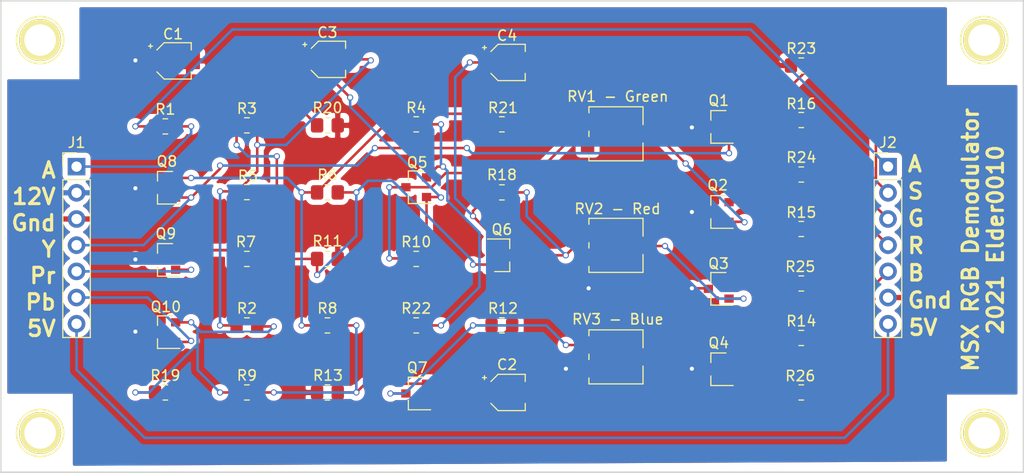
<source format=kicad_pcb>
(kicad_pcb (version 20171130) (host pcbnew "(5.1.10)-1")
  (title_block (title "TMS9929A to RGB") (date 2016-06-20) (rev 0) (company Elder0010))
  (layers (0 F.Cu signal) (31 B.Cu signal) (34 B.Paste user) (35 F.Paste user) (36 B.SilkS user) (37 F.SilkS user) (38 B.Mask user) (39 F.Mask user) (44 Edge.Cuts user))
  (net 0 "")
  (net 1 VCC)
  (net 2 "Net-(Q2-Pad2)")
  (net 3 "Net-(Q2-Pad1)")
  (net 4 "Net-(Q3-Pad2)")
  (net 5 "Net-(Q3-Pad1)")
  (net 6 "Net-(Q4-Pad2)")
  (net 7 "Net-(Q4-Pad1)")
  (net 8 "Net-(Q5-Pad3)")
  (net 9 "Net-(Q5-Pad2)")
  (net 10 "Net-(Q6-Pad3)")
  (net 11 "Net-(Q6-Pad2)")
  (net 12 "Net-(Q7-Pad3)")
  (net 13 "Net-(Q7-Pad2)")
  (net 14 "Net-(Q8-Pad2)")
  (net 15 "Net-(Q9-Pad2)")
  (net 16 "Net-(C3-Pad2)")
  (net 17 "Net-(C3-Pad1)")
  (net 18 "Net-(C2-Pad1)")
  (net 19 "Net-(C4-Pad1)")
  (net 20 GND)
  (net 21 "Net-(Q10-Pad2)")
  (net 22 "Net-(J1-Pad7)")
  (net 23 "Net-(J1-Pad6)")
  (net 24 "Net-(J1-Pad5)")
  (net 25 "Net-(J1-Pad4)")
  (net 26 "Net-(J1-Pad1)")
  (net 27 "Net-(J2-Pad5)")
  (net 28 "Net-(J2-Pad4)")
  (net 29 "Net-(J2-Pad3)")
  (net 30 "Net-(J2-Pad2)")
  (net 31 "Net-(J2-Pad1)")
  (module Resistor_SMD:R_0805_2012Metric_Pad1.20x1.40mm_HandSolder (layer F.Cu) (at 46.7 38.875 180)
    (fp_text reference R5 (at -0.1 1.575) (layer F.SilkS))
    (fp_text value 1K)
    (pad 1 smd roundrect (at -1 0 180) (size 1.2 1.4) (layers F.Cu F.Paste F.Mask) (roundrect_rratio 0.2083325) (net 20 GND))
    (pad 2 smd roundrect (at 1 0 180) (size 1.2 1.4) (layers F.Cu F.Paste F.Mask) (roundrect_rratio 0.2083325) (net 16 "Net-(C3-Pad2)"))
  )
  (module Resistor_SMD:R_0805_2012Metric_Pad1.20x1.40mm_HandSolder (layer F.Cu) (at 100.4 58.3 180)
    (fp_text reference R26 (at 0.1 1.6) (layer F.SilkS))
    (fp_text value "4K7 1/4W")
    (pad 2 smd roundrect (at 1 0 180) (size 1.2 1.4) (layers F.Cu F.Paste F.Mask) (roundrect_rratio 0.2083325) (net 6 "Net-(Q4-Pad2)"))
    (pad 1 smd roundrect (at -1 0 180) (size 1.2 1.4) (layers F.Cu F.Paste F.Mask) (roundrect_rratio 0.2083325) (net 20 GND))
  )
  (module Resistor_SMD:R_0805_2012Metric_Pad1.20x1.40mm_HandSolder (layer F.Cu) (at 100.4 47.733332 180)
    (fp_text reference R25 (at 0.1 1.625) (layer F.SilkS))
    (fp_text value "4K7 1/4W")
    (pad 2 smd roundrect (at 1 0 180) (size 1.2 1.4) (layers F.Cu F.Paste F.Mask) (roundrect_rratio 0.2083325) (net 4 "Net-(Q3-Pad2)"))
    (pad 1 smd roundrect (at -1 0 180) (size 1.2 1.4) (layers F.Cu F.Paste F.Mask) (roundrect_rratio 0.2083325) (net 20 GND))
  )
  (module Resistor_SMD:R_0805_2012Metric_Pad1.20x1.40mm_HandSolder (layer F.Cu) (at 100.4 37.166666)
    (fp_text reference R24 (at 0 -1.65) (layer F.SilkS))
    (fp_text value "4K7 1/4W")
    (pad 2 smd roundrect (at 1 0) (size 1.2 1.4) (layers F.Cu F.Paste F.Mask) (roundrect_rratio 0.2083325) (net 2 "Net-(Q2-Pad2)"))
    (pad 1 smd roundrect (at -1 0) (size 1.2 1.4) (layers F.Cu F.Paste F.Mask) (roundrect_rratio 0.2083325) (net 20 GND))
  )
  (module Resistor_SMD:R_0805_2012Metric_Pad1.20x1.40mm_HandSolder (layer F.Cu) (at 100.4 26.6)
    (fp_text reference R23 (at 0 -1.65) (layer F.SilkS))
    (fp_text value "4K7 1/4W")
    (pad 2 smd roundrect (at 1 0) (size 1.2 1.4) (layers F.Cu F.Paste F.Mask) (roundrect_rratio 0.2083325) (net 30 "Net-(J2-Pad2)"))
    (pad 1 smd roundrect (at -1 0) (size 1.2 1.4) (layers F.Cu F.Paste F.Mask) (roundrect_rratio 0.2083325) (net 20 GND))
  )
  (module Connector_PinHeader_2.54mm:PinHeader_1x07_P2.54mm_Vertical (layer F.Cu) (at 108.8 36.4)
    (fp_text reference J2 (at 0 -2.33) (layer F.SilkS))
    (fp_text value Conn_01x07)
    (pad 7 thru_hole oval (at 0 15.24) (size 1.7 1.7) (drill 1) (layers *.Cu *.Mask) (net 22 "Net-(J1-Pad7)"))
    (pad 6 thru_hole oval (at 0 12.7) (size 1.7 1.7) (drill 1) (layers *.Cu *.Mask) (net 20 GND))
    (pad 5 thru_hole oval (at 0 10.16) (size 1.7 1.7) (drill 1) (layers *.Cu *.Mask) (net 27 "Net-(J2-Pad5)"))
    (pad 4 thru_hole oval (at 0 7.62) (size 1.7 1.7) (drill 1) (layers *.Cu *.Mask) (net 28 "Net-(J2-Pad4)"))
    (pad 3 thru_hole oval (at 0 5.08) (size 1.7 1.7) (drill 1) (layers *.Cu *.Mask) (net 29 "Net-(J2-Pad3)"))
    (pad 2 thru_hole oval (at 0 2.54) (size 1.7 1.7) (drill 1) (layers *.Cu *.Mask) (net 30 "Net-(J2-Pad2)"))
    (pad 1 thru_hole rect (at 0 0) (size 1.7 1.7) (drill 1) (layers *.Cu *.Mask) (net 31 "Net-(J2-Pad1)"))
  )
  (module Connector_PinHeader_2.54mm:PinHeader_1x07_P2.54mm_Vertical (layer F.Cu) (at 30.2 36.4)
    (fp_text reference J1 (at 0 -2.33) (layer F.SilkS))
    (fp_text value Conn_01x07)
    (pad 7 thru_hole oval (at 0 15.24) (size 1.7 1.7) (drill 1) (layers *.Cu *.Mask) (net 22 "Net-(J1-Pad7)"))
    (pad 6 thru_hole oval (at 0 12.7) (size 1.7 1.7) (drill 1) (layers *.Cu *.Mask) (net 23 "Net-(J1-Pad6)"))
    (pad 5 thru_hole oval (at 0 10.16) (size 1.7 1.7) (drill 1) (layers *.Cu *.Mask) (net 24 "Net-(J1-Pad5)"))
    (pad 4 thru_hole oval (at 0 7.62) (size 1.7 1.7) (drill 1) (layers *.Cu *.Mask) (net 25 "Net-(J1-Pad4)"))
    (pad 3 thru_hole oval (at 0 5.08) (size 1.7 1.7) (drill 1) (layers *.Cu *.Mask) (net 20 GND))
    (pad 2 thru_hole oval (at 0 2.54) (size 1.7 1.7) (drill 1) (layers *.Cu *.Mask) (net 1 VCC))
    (pad 1 thru_hole rect (at 0 0) (size 1.7 1.7) (drill 1) (layers *.Cu *.Mask) (net 26 "Net-(J1-Pad1)"))
  )
  (module Capacitor_SMD:CP_Elec_3x5.3 (layer F.Cu) (at 71.9 26.3)
    (fp_text reference C4 (at 0 -2.6) (layer F.SilkS))
    (fp_text value 16V/10UF)
    (pad 2 smd rect (at 1.5 0) (size 2.2 1.6) (layers F.Cu F.Paste F.Mask) (net 20 GND))
    (pad 1 smd rect (at -1.5 0) (size 2.2 1.6) (layers F.Cu F.Paste F.Mask) (net 19 "Net-(C4-Pad1)"))
  )
  (module Capacitor_SMD:CP_Elec_3x5.3 (layer F.Cu) (at 54.5 26)
    (fp_text reference C3 (at 0 -2.6) (layer F.SilkS))
    (fp_text value 16V/10UF)
    (pad 2 smd rect (at 1.5 0) (size 2.2 1.6) (layers F.Cu F.Paste F.Mask) (net 16 "Net-(C3-Pad2)"))
    (pad 1 smd rect (at -1.5 0) (size 2.2 1.6) (layers F.Cu F.Paste F.Mask) (net 17 "Net-(C3-Pad1)"))
  )
  (module Capacitor_SMD:CP_Elec_3x5.3 (layer F.Cu) (at 71.9 58.3)
    (fp_text reference C2 (at 0 -2.7) (layer F.SilkS))
    (fp_text value 16V/10UF)
    (pad 2 smd rect (at 1.5 0) (size 2.2 1.6) (layers F.Cu F.Paste F.Mask) (net 20 GND))
    (pad 1 smd rect (at -1.5 0) (size 2.2 1.6) (layers F.Cu F.Paste F.Mask) (net 18 "Net-(C2-Pad1)"))
  )
  (module Capacitor_SMD:CP_Elec_3x5.3 (layer F.Cu) (at 39.55 26.15)
    (fp_text reference C1 (at 0 -2.6) (layer F.SilkS))
    (fp_text value 16V/10UF)
    (pad 2 smd rect (at 1.5 0) (size 2.2 1.6) (layers F.Cu F.Paste F.Mask) (net 20 GND))
    (pad 1 smd rect (at -1.5 0) (size 2.2 1.6) (layers F.Cu F.Paste F.Mask) (net 1 VCC))
  )
  (module Package_TO_SOT_SMD:SOT-23 (layer F.Cu) (at 92.4 40.8 180)
    (fp_text reference Q2 (at 0.1 2.6) (layer F.SilkS))
    (fp_text value MMBT3904)
    (pad 1 smd rect (at -1 -0.95 180) (size 0.9 0.8) (layers F.Cu F.Paste F.Mask) (net 3 "Net-(Q2-Pad1)"))
    (pad 2 smd rect (at -1 0.95 180) (size 0.9 0.8) (layers F.Cu F.Paste F.Mask) (net 2 "Net-(Q2-Pad2)"))
    (pad 3 smd rect (at 1 0 180) (size 0.9 0.8) (layers F.Cu F.Paste F.Mask) (net 1 VCC))
  )
  (module Package_TO_SOT_SMD:SOT-23 (layer F.Cu) (at 92.4 48.25 180)
    (fp_text reference Q3 (at 0.013335 2.45) (layer F.SilkS))
    (fp_text value MMBT3904)
    (pad 1 smd rect (at -1 -0.95 180) (size 0.9 0.8) (layers F.Cu F.Paste F.Mask) (net 5 "Net-(Q3-Pad1)"))
    (pad 2 smd rect (at -1 0.95 180) (size 0.9 0.8) (layers F.Cu F.Paste F.Mask) (net 4 "Net-(Q3-Pad2)"))
    (pad 3 smd rect (at 1 0 180) (size 0.9 0.8) (layers F.Cu F.Paste F.Mask) (net 1 VCC))
  )
  (module Package_TO_SOT_SMD:SOT-23 (layer F.Cu) (at 92.4 56.05 180)
    (fp_text reference Q4 (at 0 2.55) (layer F.SilkS))
    (fp_text value MMBT3904)
    (pad 1 smd rect (at -1 -0.95 180) (size 0.9 0.8) (layers F.Cu F.Paste F.Mask) (net 7 "Net-(Q4-Pad1)"))
    (pad 2 smd rect (at -1 0.95 180) (size 0.9 0.8) (layers F.Cu F.Paste F.Mask) (net 6 "Net-(Q4-Pad2)"))
    (pad 3 smd rect (at 1 0 180) (size 0.9 0.8) (layers F.Cu F.Paste F.Mask) (net 1 VCC))
  )
  (module Package_TO_SOT_SMD:SOT-23 (layer F.Cu) (at 92.4 32.55 180)
    (fp_text reference Q1 (at 0 2.55) (layer F.SilkS))
    (fp_text value MMBT3904)
    (pad 1 smd rect (at -1 -0.95 180) (size 0.9 0.8) (layers F.Cu F.Paste F.Mask) (net 25 "Net-(J1-Pad4)"))
    (pad 2 smd rect (at -1 0.95 180) (size 0.9 0.8) (layers F.Cu F.Paste F.Mask) (net 30 "Net-(J2-Pad2)"))
    (pad 3 smd rect (at 1 0 180) (size 0.9 0.8) (layers F.Cu F.Paste F.Mask) (net 1 VCC))
  )
  (module Package_TO_SOT_SMD:SOT-23 (layer F.Cu) (at 38.8 45.45 180)
    (fp_text reference Q9 (at -0.05 2.55) (layer F.SilkS))
    (fp_text value MMBT3904)
    (pad 1 smd rect (at -1 -0.95 180) (size 0.9 0.8) (layers F.Cu F.Paste F.Mask) (net 24 "Net-(J1-Pad5)"))
    (pad 2 smd rect (at -1 0.95 180) (size 0.9 0.8) (layers F.Cu F.Paste F.Mask) (net 15 "Net-(Q9-Pad2)"))
    (pad 3 smd rect (at 1 0 180) (size 0.9 0.8) (layers F.Cu F.Paste F.Mask) (net 1 VCC))
  )
  (module Resistor_SMD:R_0805_2012Metric_Pad1.20x1.40mm_HandSolder (layer F.Cu) (at 46.7 51.8)
    (fp_text reference R2 (at 0 -1.65) (layer F.SilkS))
    (fp_text value 1K)
    (pad 2 smd roundrect (at 1 0) (size 1.2 1.4) (layers F.Cu F.Paste F.Mask) (roundrect_rratio 0.2083325) (net 21 "Net-(Q10-Pad2)"))
    (pad 1 smd roundrect (at -1 0) (size 1.2 1.4) (layers F.Cu F.Paste F.Mask) (roundrect_rratio 0.2083325) (net 16 "Net-(C3-Pad2)"))
  )
  (module Potentiometer_SMD:Potentiometer_Vishay_TS53YL_Vertical (layer F.Cu) (at 82.45 33.22 180)
    (fp_text reference "RV1 - Green" (at -0.175 3.62) (layer F.SilkS))
    (fp_text value 5K)
    (pad 1 smd rect (at 2.75 -1.15 180) (size 1.3 1.3) (layers F.Cu F.Paste F.Mask) (net 1 VCC))
    (pad 2 smd rect (at -2.75 0 180) (size 2 1.3) (layers F.Cu F.Paste F.Mask) (net 3 "Net-(Q2-Pad1)"))
    (pad 3 smd rect (at 2.75 1.15 180) (size 1.3 1.3) (layers F.Cu F.Paste F.Mask) (net 8 "Net-(Q5-Pad3)"))
  )
  (module Resistor_SMD:R_0805_2012Metric_Pad1.20x1.40mm_HandSolder (layer F.Cu) (at 100.4 31.883333 180)
    (fp_text reference R16 (at 0 1.566666) (layer F.SilkS))
    (fp_text value "100R 1/4W")
    (pad 1 smd roundrect (at -1 0 180) (size 1.2 1.4) (layers F.Cu F.Paste F.Mask) (roundrect_rratio 0.2083325) (net 29 "Net-(J2-Pad3)"))
    (pad 2 smd roundrect (at 1 0 180) (size 1.2 1.4) (layers F.Cu F.Paste F.Mask) (roundrect_rratio 0.2083325) (net 2 "Net-(Q2-Pad2)"))
  )
  (module Resistor_SMD:R_0805_2012Metric_Pad1.20x1.40mm_HandSolder (layer F.Cu) (at 54.5 38.9 180)
    (fp_text reference R6 (at 0 1.7) (layer F.SilkS))
    (fp_text value 1K)
    (pad 1 smd roundrect (at -1 0 180) (size 1.2 1.4) (layers F.Cu F.Paste F.Mask) (roundrect_rratio 0.2083325) (net 11 "Net-(Q6-Pad2)"))
    (pad 2 smd roundrect (at 1 0 180) (size 1.2 1.4) (layers F.Cu F.Paste F.Mask) (roundrect_rratio 0.2083325) (net 14 "Net-(Q8-Pad2)"))
  )
  (module Package_TO_SOT_SMD:SOT-23 (layer F.Cu) (at 38.8 52.45 180)
    (fp_text reference Q10 (at -0.05 2.45) (layer F.SilkS))
    (fp_text value MMBT3904)
    (pad 1 smd rect (at -1 -0.95 180) (size 0.9 0.8) (layers F.Cu F.Paste F.Mask) (net 23 "Net-(J1-Pad6)"))
    (pad 2 smd rect (at -1 0.95 180) (size 0.9 0.8) (layers F.Cu F.Paste F.Mask) (net 21 "Net-(Q10-Pad2)"))
    (pad 3 smd rect (at 1 0 180) (size 0.9 0.8) (layers F.Cu F.Paste F.Mask) (net 1 VCC))
  )
  (module Package_TO_SOT_SMD:SOT-23 (layer F.Cu) (at 38.8 38.45 180)
    (fp_text reference Q8 (at -0.15 2.55) (layer F.SilkS))
    (fp_text value MMBT3904)
    (pad 1 smd rect (at -1 -0.95 180) (size 0.9 0.8) (layers F.Cu F.Paste F.Mask) (net 25 "Net-(J1-Pad4)"))
    (pad 2 smd rect (at -1 0.95 180) (size 0.9 0.8) (layers F.Cu F.Paste F.Mask) (net 14 "Net-(Q8-Pad2)"))
    (pad 3 smd rect (at 1 0 180) (size 0.9 0.8) (layers F.Cu F.Paste F.Mask) (net 1 VCC))
  )
  (module Resistor_SMD:R_0805_2012Metric_Pad1.20x1.40mm_HandSolder (layer F.Cu) (at 63.1 45.35)
    (fp_text reference R10 (at 0 -1.65) (layer F.SilkS))
    (fp_text value 100K)
    (pad 1 smd roundrect (at -1 0) (size 1.2 1.4) (layers F.Cu F.Paste F.Mask) (roundrect_rratio 0.2083325) (net 8 "Net-(Q5-Pad3)"))
    (pad 2 smd roundrect (at 1 0) (size 1.2 1.4) (layers F.Cu F.Paste F.Mask) (roundrect_rratio 0.2083325) (net 17 "Net-(C3-Pad1)"))
  )
  (module Resistor_SMD:R_0805_2012Metric_Pad1.20x1.40mm_HandSolder (layer F.Cu) (at 63.1 32.3 180)
    (fp_text reference R4 (at 0 1.6) (layer F.SilkS))
    (fp_text value 1K)
    (pad 1 smd roundrect (at -1 0 180) (size 1.2 1.4) (layers F.Cu F.Paste F.Mask) (roundrect_rratio 0.2083325) (net 9 "Net-(Q5-Pad2)"))
    (pad 2 smd roundrect (at 1 0 180) (size 1.2 1.4) (layers F.Cu F.Paste F.Mask) (roundrect_rratio 0.2083325) (net 14 "Net-(Q8-Pad2)"))
  )
  (module Package_TO_SOT_SMD:SOT-23 (layer F.Cu) (at 63.1 58.4 180)
    (fp_text reference Q7 (at -0.1 2.5) (layer F.SilkS))
    (fp_text value MMBT3904)
    (pad 1 smd rect (at -1 -0.95 180) (size 0.9 0.8) (layers F.Cu F.Paste F.Mask) (net 18 "Net-(C2-Pad1)"))
    (pad 2 smd rect (at -1 0.95 180) (size 0.9 0.8) (layers F.Cu F.Paste F.Mask) (net 13 "Net-(Q7-Pad2)"))
    (pad 3 smd rect (at 1 0 180) (size 0.9 0.8) (layers F.Cu F.Paste F.Mask) (net 12 "Net-(Q7-Pad3)"))
  )
  (module Resistor_SMD:R_0805_2012Metric_Pad1.20x1.40mm_HandSolder (layer F.Cu) (at 38.8 32.5)
    (fp_text reference R1 (at 0 -1.65) (layer F.SilkS))
    (fp_text value 2K2)
    (pad 1 smd roundrect (at -1 0) (size 1.2 1.4) (layers F.Cu F.Paste F.Mask) (roundrect_rratio 0.2083325) (net 31 "Net-(J2-Pad1)"))
    (pad 2 smd roundrect (at 1 0) (size 1.2 1.4) (layers F.Cu F.Paste F.Mask) (roundrect_rratio 0.2083325) (net 26 "Net-(J1-Pad1)"))
  )
  (module Resistor_SMD:R_0805_2012Metric_Pad1.20x1.40mm_HandSolder (layer F.Cu) (at 54.5 32.4 180)
    (fp_text reference R20 (at 0 1.7) (layer F.SilkS))
    (fp_text value 1K)
    (pad 1 smd roundrect (at -1 0 180) (size 1.2 1.4) (layers F.Cu F.Paste F.Mask) (roundrect_rratio 0.2083325) (net 20 GND))
    (pad 2 smd roundrect (at 1 0 180) (size 1.2 1.4) (layers F.Cu F.Paste F.Mask) (roundrect_rratio 0.2083325) (net 15 "Net-(Q9-Pad2)"))
  )
  (module Package_TO_SOT_SMD:SOT-23 (layer F.Cu) (at 71.4 45)
    (fp_text reference Q6 (at 0 -2.5) (layer F.SilkS))
    (fp_text value MMBT3904)
    (pad 1 smd rect (at -1 -0.95) (size 0.9 0.8) (layers F.Cu F.Paste F.Mask) (net 19 "Net-(C4-Pad1)"))
    (pad 2 smd rect (at -1 0.95) (size 0.9 0.8) (layers F.Cu F.Paste F.Mask) (net 11 "Net-(Q6-Pad2)"))
    (pad 3 smd rect (at 1 0) (size 0.9 0.8) (layers F.Cu F.Paste F.Mask) (net 10 "Net-(Q6-Pad3)"))
  )
  (module Package_TO_SOT_SMD:SOT-23 (layer F.Cu) (at 63.1 38.4 180)
    (fp_text reference Q5 (at -0.1 2.4) (layer F.SilkS))
    (fp_text value MMBT3904)
    (pad 1 smd rect (at -1 -0.95 180) (size 0.9 0.8) (layers F.Cu F.Paste F.Mask) (net 17 "Net-(C3-Pad1)"))
    (pad 2 smd rect (at -1 0.95 180) (size 0.9 0.8) (layers F.Cu F.Paste F.Mask) (net 9 "Net-(Q5-Pad2)"))
    (pad 3 smd rect (at 1 0 180) (size 0.9 0.8) (layers F.Cu F.Paste F.Mask) (net 8 "Net-(Q5-Pad3)"))
  )
  (module Resistor_SMD:R_0805_2012Metric_Pad1.20x1.40mm_HandSolder (layer F.Cu) (at 46.7 32.4 180)
    (fp_text reference R3 (at 0 1.625) (layer F.SilkS))
    (fp_text value 1K)
    (pad 1 smd roundrect (at -1 0 180) (size 1.2 1.4) (layers F.Cu F.Paste F.Mask) (roundrect_rratio 0.2083325) (net 16 "Net-(C3-Pad2)"))
    (pad 2 smd roundrect (at 1 0 180) (size 1.2 1.4) (layers F.Cu F.Paste F.Mask) (roundrect_rratio 0.2083325) (net 15 "Net-(Q9-Pad2)"))
  )
  (module Resistor_SMD:R_0805_2012Metric_Pad1.20x1.40mm_HandSolder (layer F.Cu) (at 46.7 45.35 180)
    (fp_text reference R7 (at 0.1 1.65) (layer F.SilkS))
    (fp_text value 1K)
    (pad 1 smd roundrect (at -1 0 180) (size 1.2 1.4) (layers F.Cu F.Paste F.Mask) (roundrect_rratio 0.2083325) (net 11 "Net-(Q6-Pad2)"))
    (pad 2 smd roundrect (at 1 0 180) (size 1.2 1.4) (layers F.Cu F.Paste F.Mask) (roundrect_rratio 0.2083325) (net 15 "Net-(Q9-Pad2)"))
  )
  (module Resistor_SMD:R_0805_2012Metric_Pad1.20x1.40mm_HandSolder (layer F.Cu) (at 63.1 51.8)
    (fp_text reference R22 (at 0 -1.65) (layer F.SilkS))
    (fp_text value 1K)
    (pad 1 smd roundrect (at -1 0) (size 1.2 1.4) (layers F.Cu F.Paste F.Mask) (roundrect_rratio 0.2083325) (net 20 GND))
    (pad 2 smd roundrect (at 1 0) (size 1.2 1.4) (layers F.Cu F.Paste F.Mask) (roundrect_rratio 0.2083325) (net 9 "Net-(Q5-Pad2)"))
  )
  (module Resistor_SMD:R_0805_2012Metric_Pad1.20x1.40mm_HandSolder (layer F.Cu) (at 54.5 58.3 180)
    (fp_text reference R13 (at -0.053333 1.65) (layer F.SilkS))
    (fp_text value 1K)
    (pad 1 smd roundrect (at -1 0 180) (size 1.2 1.4) (layers F.Cu F.Paste F.Mask) (roundrect_rratio 0.2083325) (net 13 "Net-(Q7-Pad2)"))
    (pad 2 smd roundrect (at 1 0 180) (size 1.2 1.4) (layers F.Cu F.Paste F.Mask) (roundrect_rratio 0.2083325) (net 20 GND))
  )
  (module Resistor_SMD:R_0805_2012Metric_Pad1.20x1.40mm_HandSolder (layer F.Cu) (at 54.5 45.35 180)
    (fp_text reference R11 (at 0 1.725) (layer F.SilkS))
    (fp_text value 1K)
    (pad 1 smd roundrect (at -1 0 180) (size 1.2 1.4) (layers F.Cu F.Paste F.Mask) (roundrect_rratio 0.2083325) (net 20 GND))
    (pad 2 smd roundrect (at 1 0 180) (size 1.2 1.4) (layers F.Cu F.Paste F.Mask) (roundrect_rratio 0.2083325) (net 11 "Net-(Q6-Pad2)"))
  )
  (module Resistor_SMD:R_0805_2012Metric_Pad1.20x1.40mm_HandSolder (layer F.Cu) (at 71.4 38.9)
    (fp_text reference R18 (at 0 -1.7) (layer F.SilkS))
    (fp_text value 100K)
    (pad 1 smd roundrect (at -1 0) (size 1.2 1.4) (layers F.Cu F.Paste F.Mask) (roundrect_rratio 0.2083325) (net 19 "Net-(C4-Pad1)"))
    (pad 2 smd roundrect (at 1 0) (size 1.2 1.4) (layers F.Cu F.Paste F.Mask) (roundrect_rratio 0.2083325) (net 10 "Net-(Q6-Pad3)"))
  )
  (module Resistor_SMD:R_0805_2012Metric_Pad1.20x1.40mm_HandSolder (layer F.Cu) (at 54.5 51.8 180)
    (fp_text reference R8 (at 0 1.65) (layer F.SilkS))
    (fp_text value 1K)
    (pad 1 smd roundrect (at -1 0 180) (size 1.2 1.4) (layers F.Cu F.Paste F.Mask) (roundrect_rratio 0.2083325) (net 13 "Net-(Q7-Pad2)"))
    (pad 2 smd roundrect (at 1 0 180) (size 1.2 1.4) (layers F.Cu F.Paste F.Mask) (roundrect_rratio 0.2083325) (net 14 "Net-(Q8-Pad2)"))
  )
  (module Resistor_SMD:R_0805_2012Metric_Pad1.20x1.40mm_HandSolder (layer F.Cu) (at 38.8 58.3)
    (fp_text reference R19 (at 0 -1.65) (layer F.SilkS))
    (fp_text value 1K)
    (pad 1 smd roundrect (at -1 0) (size 1.2 1.4) (layers F.Cu F.Paste F.Mask) (roundrect_rratio 0.2083325) (net 21 "Net-(Q10-Pad2)"))
    (pad 2 smd roundrect (at 1 0) (size 1.2 1.4) (layers F.Cu F.Paste F.Mask) (roundrect_rratio 0.2083325) (net 20 GND))
  )
  (module Resistor_SMD:R_0805_2012Metric_Pad1.20x1.40mm_HandSolder (layer F.Cu) (at 46.7 58.3 180)
    (fp_text reference R9 (at 0 1.65) (layer F.SilkS))
    (fp_text value 1K)
    (pad 1 smd roundrect (at -1 0 180) (size 1.2 1.4) (layers F.Cu F.Paste F.Mask) (roundrect_rratio 0.2083325) (net 13 "Net-(Q7-Pad2)"))
    (pad 2 smd roundrect (at 1 0 180) (size 1.2 1.4) (layers F.Cu F.Paste F.Mask) (roundrect_rratio 0.2083325) (net 21 "Net-(Q10-Pad2)"))
  )
  (module Resistor_SMD:R_0805_2012Metric_Pad1.20x1.40mm_HandSolder (layer F.Cu) (at 100.4 53.016665 180)
    (fp_text reference R14 (at 0 1.633332) (layer F.SilkS))
    (fp_text value "100R 1/4W")
    (pad 1 smd roundrect (at -1 0 180) (size 1.2 1.4) (layers F.Cu F.Paste F.Mask) (roundrect_rratio 0.2083325) (net 27 "Net-(J2-Pad5)"))
    (pad 2 smd roundrect (at 1 0 180) (size 1.2 1.4) (layers F.Cu F.Paste F.Mask) (roundrect_rratio 0.2083325) (net 6 "Net-(Q4-Pad2)"))
  )
  (module Resistor_SMD:R_0805_2012Metric_Pad1.20x1.40mm_HandSolder (layer F.Cu) (at 100.4 42.449999 180)
    (fp_text reference R15 (at 0 1.599999) (layer F.SilkS))
    (fp_text value "100R 1/4W")
    (pad 1 smd roundrect (at -1 0 180) (size 1.2 1.4) (layers F.Cu F.Paste F.Mask) (roundrect_rratio 0.2083325) (net 28 "Net-(J2-Pad4)"))
    (pad 2 smd roundrect (at 1 0 180) (size 1.2 1.4) (layers F.Cu F.Paste F.Mask) (roundrect_rratio 0.2083325) (net 4 "Net-(Q3-Pad2)"))
  )
  (module Resistor_SMD:R_0805_2012Metric_Pad1.20x1.40mm_HandSolder (layer F.Cu) (at 71.4 51.8 180)
    (fp_text reference R12 (at -0.1 1.65) (layer F.SilkS))
    (fp_text value 100K)
    (pad 1 smd roundrect (at -1 0 180) (size 1.2 1.4) (layers F.Cu F.Paste F.Mask) (roundrect_rratio 0.2083325) (net 18 "Net-(C2-Pad1)"))
    (pad 2 smd roundrect (at 1 0 180) (size 1.2 1.4) (layers F.Cu F.Paste F.Mask) (roundrect_rratio 0.2083325) (net 12 "Net-(Q7-Pad3)"))
  )
  (module Resistor_SMD:R_0805_2012Metric_Pad1.20x1.40mm_HandSolder (layer F.Cu) (at 71.4 32.3 180)
    (fp_text reference R21 (at -0.1 1.6) (layer F.SilkS))
    (fp_text value 1K)
    (pad 1 smd roundrect (at -1 0 180) (size 1.2 1.4) (layers F.Cu F.Paste F.Mask) (roundrect_rratio 0.2083325) (net 20 GND))
    (pad 2 smd roundrect (at 1 0 180) (size 1.2 1.4) (layers F.Cu F.Paste F.Mask) (roundrect_rratio 0.2083325) (net 14 "Net-(Q8-Pad2)"))
  )
  (module Potentiometer_SMD:Potentiometer_Vishay_TS53YL_Vertical (layer F.Cu) (at 82.45 54.85 180)
    (fp_text reference "RV3 - Blue" (at -0.175 3.65) (layer F.SilkS))
    (fp_text value 5K)
    (pad 1 smd rect (at 2.75 -1.15 180) (size 1.3 1.3) (layers F.Cu F.Paste F.Mask) (net 1 VCC))
    (pad 2 smd rect (at -2.75 0 180) (size 2 1.3) (layers F.Cu F.Paste F.Mask) (net 7 "Net-(Q4-Pad1)"))
    (pad 3 smd rect (at 2.75 1.15 180) (size 1.3 1.3) (layers F.Cu F.Paste F.Mask) (net 12 "Net-(Q7-Pad3)"))
  )
  (module Potentiometer_SMD:Potentiometer_Vishay_TS53YL_Vertical (layer F.Cu) (at 82.45 44.035 180)
    (fp_text reference "RV2 - Red" (at -0.15 3.535) (layer F.SilkS))
    (fp_text value 5K)
    (pad 1 smd rect (at 2.75 -1.15 180) (size 1.3 1.3) (layers F.Cu F.Paste F.Mask) (net 1 VCC))
    (pad 2 smd rect (at -2.75 0 180) (size 2 1.3) (layers F.Cu F.Paste F.Mask) (net 5 "Net-(Q3-Pad1)"))
    (pad 3 smd rect (at 2.75 1.15 180) (size 1.3 1.3) (layers F.Cu F.Paste F.Mask) (net 10 "Net-(Q6-Pad3)"))
  )
  (module Connect:1pin (layer F.Cu) (at 26.67 24.13)
    (fp_text reference P6 hide)
    (fp_text value CONN_01X01)
    (pad 1 thru_hole circle (at 0 0) (size 4.064 4.064) (drill 3.048) (layers *.Mask B.Cu F.SilkS))
  )
  (module Connect:1pin (layer F.Cu) (at 118.11 24.13)
    (fp_text reference P8 hide)
    (fp_text value CONN_01X01)
    (pad 1 thru_hole circle (at 0 0) (size 4.064 4.064) (drill 3.048) (layers *.Mask B.Cu F.SilkS))
  )
  (module Connect:1pin (layer F.Cu) (at 118.11 62.23)
    (fp_text reference P9 hide)
    (fp_text value CONN_01X01)
    (pad 1 thru_hole circle (at 0 0) (size 4.064 4.064) (drill 3.048) (layers *.Mask B.Cu F.SilkS))
  )
  (module Connect:1pin (layer F.Cu) (at 26.67 62.23)
    (fp_text reference P7 hide)
    (fp_text value CONN_01X01)
    (pad 1 thru_hole circle (at 0 0) (size 4.064 4.064) (drill 3.048) (layers *.Mask B.Cu F.SilkS))
  )
  (gr_text 5V (at 26.8 52.1) (layer F.SilkS) (effects (font (size 1.5 1.5) (thickness 0.3))))
  (gr_text 5V (at 112.2 52) (layer F.SilkS) (effects (font (size 1.5 1.5) (thickness 0.3))))
  (gr_text R (at 111.507143 44.074998) (layer F.SilkS) (effects (font (size 1.5 1.5) (thickness 0.3))))
  (gr_text S (at 111.471428 38.791666) (layer F.SilkS) (effects (font (size 1.5 1.5) (thickness 0.3))))
  (gr_text A (at 111.4 36.15) (layer F.SilkS) (effects (font (size 1.5 1.5) (thickness 0.3))))
  (gr_text G (at 111.507143 41.433332) (layer F.SilkS) (effects (font (size 1.5 1.5) (thickness 0.3))))
  (gr_text Gnd (at 112.864286 49.35833) (layer F.SilkS) (effects (font (size 1.5 1.5) (thickness 0.3))))
  (gr_text B (at 111.507143 46.716664) (layer F.SilkS) (effects (font (size 1.5 1.5) (thickness 0.3))))
  (gr_text Pr (at 26.928571 46.983332) (layer F.SilkS) (effects (font (size 1.5 1.5) (thickness 0.3))))
  (gr_text Pb (at 26.714285 49.541665) (layer F.SilkS) (effects (font (size 1.5 1.5) (thickness 0.3))))
  (gr_text Y (at 27.5 44.424999) (layer F.SilkS) (effects (font (size 1.5 1.5) (thickness 0.3))))
  (gr_text Gnd (at 26.035714 41.866666) (layer F.SilkS) (effects (font (size 1.5 1.5) (thickness 0.3))))
  (gr_text A (at 27.5 36.75) (layer F.SilkS) (effects (font (size 1.5 1.5) (thickness 0.3))))
  (gr_text 12V (at 26.071428 39.308333) (layer F.SilkS) (effects (font (size 1.5 1.5) (thickness 0.3))))
  (gr_line (start 121.92 66.04) (end 121.92 20.32) (angle 90) (layer Edge.Cuts) (width 0.15))
  (gr_text "MSX RGB Demodulator\n2021 Elder0010" (at 118 43.5 90) (layer F.SilkS) (effects (font (size 1.5 1.5) (thickness 0.3))))
  (gr_line (start 22.86 66.04) (end 22.86 20.32) (angle 90) (layer Edge.Cuts) (width 0.15))
  (gr_line (start 121.92 66.04) (end 22.86 66.04) (angle 90) (layer Edge.Cuts) (width 0.15))
  (gr_line (start 22.86 20.32) (end 121.92 20.32) (angle 90) (layer Edge.Cuts) (width 0.15))
  (via (at 35.9 38.5) (size 0.6) (drill 0.4) (layers F.Cu B.Cu) (net 1))
  (segment (start 37.75 38.5) (end 37.8 38.45) (width 0.25) (layer F.Cu) (net 1))
  (segment (start 35.9 38.5) (end 37.75 38.5) (width 0.25) (layer F.Cu) (net 1))
  (via (at 35.9 52.4) (size 0.6) (drill 0.4) (layers F.Cu B.Cu) (net 1))
  (segment (start 37.75 52.4) (end 37.8 52.45) (width 0.25) (layer F.Cu) (net 1))
  (segment (start 35.9 52.4) (end 37.75 52.4) (width 0.25) (layer F.Cu) (net 1))
  (via (at 35.9 45.4) (size 0.6) (drill 0.4) (layers F.Cu B.Cu) (net 1))
  (segment (start 37.75 45.4) (end 37.8 45.45) (width 0.25) (layer F.Cu) (net 1))
  (segment (start 35.9 45.4) (end 37.75 45.4) (width 0.25) (layer F.Cu) (net 1))
  (via (at 89.8 48.2) (size 0.6) (drill 0.4) (layers F.Cu B.Cu) (net 1))
  (via (at 89.8 56) (size 0.6) (drill 0.4) (layers F.Cu B.Cu) (net 1))
  (via (at 89.8 40.8) (size 0.6) (drill 0.4) (layers F.Cu B.Cu) (net 1))
  (via (at 89.8 32.6) (size 0.6) (drill 0.4) (layers F.Cu B.Cu) (net 1))
  (segment (start 91.35 32.6) (end 91.4 32.55) (width 0.25) (layer F.Cu) (net 1))
  (segment (start 89.8 32.6) (end 91.35 32.6) (width 0.25) (layer F.Cu) (net 1))
  (segment (start 89.8 40.8) (end 91.4 40.8) (width 0.25) (layer F.Cu) (net 1))
  (segment (start 91.35 48.2) (end 91.4 48.25) (width 0.25) (layer F.Cu) (net 1))
  (segment (start 89.8 48.2) (end 91.35 48.2) (width 0.25) (layer F.Cu) (net 1))
  (segment (start 91.35 56) (end 91.4 56.05) (width 0.25) (layer F.Cu) (net 1))
  (segment (start 89.8 56) (end 91.35 56) (width 0.25) (layer F.Cu) (net 1))
  (segment (start 79.7 34.37) (end 82.07 32) (width 0.25) (layer F.Cu) (net 1))
  (segment (start 89.2 32) (end 89.8 32.6) (width 0.25) (layer F.Cu) (net 1))
  (segment (start 82.07 32) (end 89.2 32) (width 0.25) (layer F.Cu) (net 1))
  (via (at 79.8 48.2) (size 0.6) (drill 0.4) (layers F.Cu B.Cu) (net 1))
  (segment (start 79.8 45.285) (end 79.7 45.185) (width 0.25) (layer F.Cu) (net 1))
  (segment (start 79.8 48.2) (end 79.8 45.285) (width 0.25) (layer F.Cu) (net 1))
  (via (at 77.6 56) (size 0.6) (drill 0.4) (layers F.Cu B.Cu) (net 1))
  (segment (start 77.6 56) (end 79.7 56) (width 0.25) (layer F.Cu) (net 1))
  (via (at 35.9 26.1) (size 0.6) (drill 0.4) (layers F.Cu B.Cu) (net 1))
  (segment (start 38 26.1) (end 38.05 26.15) (width 0.25) (layer F.Cu) (net 1))
  (segment (start 35.9 26.1) (end 38 26.1) (width 0.25) (layer F.Cu) (net 1))
  (via (at 35.9 32.5) (size 0.6) (drill 0.4) (layers F.Cu B.Cu) (net 31))
  (segment (start 37.8 32.5) (end 35.9 32.5) (width 0.25) (layer F.Cu) (net 31))
  (segment (start 35.9 32.5) (end 45.3 23.1) (width 0.25) (layer B.Cu) (net 31))
  (segment (start 95.5 23.1) (end 108.8 36.4) (width 0.25) (layer B.Cu) (net 31))
  (segment (start 45.3 23.1) (end 95.5 23.1) (width 0.25) (layer B.Cu) (net 31))
  (segment (start 107.624999 32.824999) (end 101.4 26.6) (width 0.25) (layer F.Cu) (net 30))
  (segment (start 107.624999 37.764999) (end 107.624999 32.824999) (width 0.25) (layer F.Cu) (net 30))
  (segment (start 108.8 38.94) (end 107.624999 37.764999) (width 0.25) (layer F.Cu) (net 30))
  (segment (start 96.4 31.6) (end 101.4 26.6) (width 0.25) (layer F.Cu) (net 30))
  (segment (start 93.4 31.6) (end 96.4 31.6) (width 0.25) (layer F.Cu) (net 30))
  (segment (start 101.4 31.883333) (end 105.116667 35.6) (width 0.25) (layer F.Cu) (net 29))
  (segment (start 105.116667 37.796667) (end 108.8 41.48) (width 0.25) (layer F.Cu) (net 29))
  (segment (start 105.116667 35.6) (end 105.116667 37.796667) (width 0.25) (layer F.Cu) (net 29))
  (segment (start 107.229999 42.449999) (end 108.8 44.02) (width 0.25) (layer F.Cu) (net 28))
  (segment (start 101.4 42.449999) (end 107.229999 42.449999) (width 0.25) (layer F.Cu) (net 28))
  (segment (start 102.343335 53.016665) (end 108.8 46.56) (width 0.25) (layer F.Cu) (net 27))
  (segment (start 101.4 53.016665) (end 102.343335 53.016665) (width 0.25) (layer F.Cu) (net 27))
  (segment (start 98.716666 39.85) (end 101.4 37.166666) (width 0.25) (layer F.Cu) (net 2))
  (segment (start 93.4 39.85) (end 98.716666 39.85) (width 0.25) (layer F.Cu) (net 2))
  (segment (start 101.4 33.883333) (end 99.4 31.883333) (width 0.25) (layer F.Cu) (net 2))
  (segment (start 101.4 37.166666) (end 101.4 33.883333) (width 0.25) (layer F.Cu) (net 2))
  (via (at 94.9 41.8) (size 0.6) (drill 0.4) (layers F.Cu B.Cu) (net 3))
  (segment (start 94.85 41.75) (end 94.9 41.8) (width 0.25) (layer F.Cu) (net 3))
  (segment (start 93.4 41.75) (end 94.85 41.75) (width 0.25) (layer F.Cu) (net 3))
  (via (at 89.2 36.1) (size 0.6) (drill 0.4) (layers F.Cu B.Cu) (net 3))
  (segment (start 94.9 41.8) (end 89.2 36.1) (width 0.25) (layer B.Cu) (net 3))
  (segment (start 86.32 33.22) (end 85.2 33.22) (width 0.25) (layer F.Cu) (net 3))
  (segment (start 89.2 36.1) (end 86.32 33.22) (width 0.25) (layer F.Cu) (net 3))
  (segment (start 98.966668 47.3) (end 99.4 47.733332) (width 0.25) (layer F.Cu) (net 4))
  (segment (start 93.4 47.3) (end 98.966668 47.3) (width 0.25) (layer F.Cu) (net 4))
  (segment (start 99.4 47.733332) (end 99.4 42.449999) (width 0.25) (layer F.Cu) (net 4))
  (via (at 94.8 49.2) (size 0.6) (drill 0.4) (layers F.Cu B.Cu) (net 5))
  (segment (start 93.4 49.2) (end 94.8 49.2) (width 0.25) (layer F.Cu) (net 5))
  (via (at 87.2 44.1) (size 0.6) (drill 0.4) (layers F.Cu B.Cu) (net 5))
  (segment (start 92.3 49.2) (end 87.2 44.1) (width 0.25) (layer B.Cu) (net 5))
  (segment (start 94.8 49.2) (end 92.3 49.2) (width 0.25) (layer B.Cu) (net 5))
  (segment (start 85.265 44.1) (end 85.2 44.035) (width 0.25) (layer F.Cu) (net 5))
  (segment (start 87.2 44.1) (end 85.265 44.1) (width 0.25) (layer F.Cu) (net 5))
  (segment (start 97.316665 55.1) (end 99.4 53.016665) (width 0.25) (layer F.Cu) (net 6))
  (segment (start 97.3 56.2) (end 99.4 58.3) (width 0.25) (layer F.Cu) (net 6))
  (segment (start 97.3 55.1) (end 97.3 56.2) (width 0.25) (layer F.Cu) (net 6))
  (segment (start 93.4 55.1) (end 97.3 55.1) (width 0.25) (layer F.Cu) (net 6))
  (segment (start 97.3 55.1) (end 97.316665 55.1) (width 0.25) (layer F.Cu) (net 6))
  (segment (start 93.4 56.614998) (end 93.4 57) (width 0.25) (layer F.Cu) (net 7))
  (segment (start 91.635002 54.85) (end 93.4 56.614998) (width 0.25) (layer F.Cu) (net 7))
  (segment (start 85.2 54.85) (end 91.635002 54.85) (width 0.25) (layer F.Cu) (net 7))
  (via (at 60.5 38.4) (size 0.6) (drill 0.4) (layers F.Cu B.Cu) (net 8))
  (segment (start 60.5 38.4) (end 62.1 38.4) (width 0.25) (layer F.Cu) (net 8))
  (segment (start 64.585002 38.4) (end 62.1 38.4) (width 0.25) (layer F.Cu) (net 8))
  (segment (start 65.960001 37.025001) (end 64.585002 38.4) (width 0.25) (layer F.Cu) (net 8))
  (segment (start 74.744999 37.025001) (end 65.960001 37.025001) (width 0.25) (layer F.Cu) (net 8))
  (segment (start 79.7 32.07) (end 74.744999 37.025001) (width 0.25) (layer F.Cu) (net 8))
  (segment (start 60.5 38.4) (end 60.5 44.9) (width 0.25) (layer B.Cu) (net 8))
  (via (at 60.500004 45.3) (size 0.6) (drill 0.4) (layers F.Cu B.Cu) (net 8))
  (segment (start 60.5 44.9) (end 60.5 45.299996) (width 0.25) (layer B.Cu) (net 8))
  (segment (start 60.5 45.299996) (end 60.500004 45.3) (width 0.25) (layer B.Cu) (net 8))
  (segment (start 62.05 45.3) (end 62.1 45.35) (width 0.25) (layer F.Cu) (net 8))
  (segment (start 60.500004 45.3) (end 62.05 45.3) (width 0.25) (layer F.Cu) (net 8))
  (via (at 65.5 51.8) (size 0.6) (drill 0.4) (layers F.Cu B.Cu) (net 9))
  (segment (start 64.1 51.8) (end 65.5 51.8) (width 0.25) (layer F.Cu) (net 9))
  (via (at 65.7 36.4) (size 0.6) (drill 0.4) (layers F.Cu B.Cu) (net 9))
  (segment (start 66.125001 36.825001) (end 65.7 36.4) (width 0.25) (layer B.Cu) (net 9))
  (segment (start 66.125001 39.700001) (end 66.125001 36.825001) (width 0.25) (layer B.Cu) (net 9))
  (segment (start 69.225001 42.800001) (end 66.125001 39.700001) (width 0.25) (layer B.Cu) (net 9))
  (segment (start 69.225001 48.074999) (end 69.225001 42.800001) (width 0.25) (layer B.Cu) (net 9))
  (segment (start 65.5 51.8) (end 69.225001 48.074999) (width 0.25) (layer B.Cu) (net 9))
  (segment (start 65.15 36.4) (end 64.1 37.45) (width 0.25) (layer F.Cu) (net 9))
  (segment (start 65.7 36.4) (end 65.15 36.4) (width 0.25) (layer F.Cu) (net 9))
  (via (at 65.5 32.3) (size 0.6) (drill 0.4) (layers F.Cu B.Cu) (net 9))
  (segment (start 64.1 32.3) (end 65.5 32.3) (width 0.25) (layer F.Cu) (net 9))
  (segment (start 65.5 36.2) (end 65.7 36.4) (width 0.25) (layer B.Cu) (net 9))
  (segment (start 65.5 32.3) (end 65.5 36.2) (width 0.25) (layer B.Cu) (net 9))
  (segment (start 77.585 45) (end 77.585 45) (width 0.25) (layer F.Cu) (net 10))
  (segment (start 72.4 45) (end 77.585 45) (width 0.25) (layer F.Cu) (net 10))
  (segment (start 77.585 45) (end 79.7 42.885) (width 0.25) (layer F.Cu) (net 10))
  (via (at 77.585 45) (size 0.6) (drill 0.4) (layers F.Cu B.Cu) (net 10))
  (via (at 73.8 38.9) (size 0.6) (drill 0.4) (layers F.Cu B.Cu) (net 10))
  (segment (start 72.4 38.9) (end 73.8 38.9) (width 0.25) (layer F.Cu) (net 10))
  (segment (start 73.8 41.215) (end 77.585 45) (width 0.25) (layer B.Cu) (net 10))
  (segment (start 73.8 38.9) (end 73.8 41.215) (width 0.25) (layer B.Cu) (net 10))
  (via (at 57.3 38.9) (size 0.6) (drill 0.4) (layers F.Cu B.Cu) (net 11))
  (segment (start 55.5 38.9) (end 57.3 38.9) (width 0.25) (layer F.Cu) (net 11))
  (via (at 68.6 45.9) (size 0.6) (drill 0.4) (layers F.Cu B.Cu) (net 11))
  (segment (start 68.6 45.574998) (end 68.6 45.9) (width 0.25) (layer B.Cu) (net 11))
  (segment (start 60.800001 37.774999) (end 68.6 45.574998) (width 0.25) (layer B.Cu) (net 11))
  (segment (start 58.425001 37.774999) (end 60.800001 37.774999) (width 0.25) (layer B.Cu) (net 11))
  (segment (start 57.3 38.9) (end 58.425001 37.774999) (width 0.25) (layer B.Cu) (net 11))
  (segment (start 70.35 45.9) (end 70.4 45.95) (width 0.25) (layer F.Cu) (net 11))
  (segment (start 68.6 45.9) (end 70.35 45.9) (width 0.25) (layer F.Cu) (net 11))
  (segment (start 47.7 45.35) (end 53.5 45.35) (width 0.25) (layer F.Cu) (net 11))
  (via (at 53.5 46.900012) (size 0.6) (drill 0.4) (layers F.Cu B.Cu) (net 11))
  (segment (start 53.5 45.35) (end 53.5 46.9) (width 0.25) (layer F.Cu) (net 11))
  (segment (start 57.3 43.100012) (end 53.5 46.900012) (width 0.25) (layer B.Cu) (net 11))
  (segment (start 53.5 46.9) (end 53.5 46.900012) (width 0.25) (layer F.Cu) (net 11))
  (segment (start 57.3 38.9) (end 57.3 43.100012) (width 0.25) (layer B.Cu) (net 11))
  (via (at 68.6 51.8) (size 0.6) (drill 0.4) (layers F.Cu B.Cu) (net 12))
  (segment (start 70.4 51.8) (end 68.6 51.8) (width 0.25) (layer F.Cu) (net 12))
  (via (at 60.600014 58.4) (size 0.6) (drill 0.4) (layers F.Cu B.Cu) (net 12))
  (segment (start 68.6 51.8) (end 62 58.4) (width 0.25) (layer B.Cu) (net 12))
  (segment (start 62 58.4) (end 60.600014 58.4) (width 0.25) (layer B.Cu) (net 12))
  (segment (start 60.600014 58.4) (end 62.1 58.4) (width 0.25) (layer F.Cu) (net 12))
  (via (at 77.6 53.7) (size 0.6) (drill 0.4) (layers F.Cu B.Cu) (net 12))
  (segment (start 75.7 51.8) (end 77.6 53.7) (width 0.25) (layer B.Cu) (net 12))
  (segment (start 68.6 51.8) (end 75.7 51.8) (width 0.25) (layer B.Cu) (net 12))
  (segment (start 77.6 53.7) (end 79.7 53.7) (width 0.25) (layer F.Cu) (net 12))
  (via (at 57.3 58.3) (size 0.6) (drill 0.4) (layers F.Cu B.Cu) (net 13))
  (segment (start 55.5 58.3) (end 57.3 58.3) (width 0.25) (layer F.Cu) (net 13))
  (via (at 57.3 51.8) (size 0.6) (drill 0.4) (layers F.Cu B.Cu) (net 13))
  (segment (start 57.3 58.3) (end 57.3 51.8) (width 0.25) (layer B.Cu) (net 13))
  (segment (start 57.3 51.8) (end 55.5 51.8) (width 0.25) (layer F.Cu) (net 13))
  (segment (start 58.15 57.45) (end 64.1 57.45) (width 0.25) (layer F.Cu) (net 13))
  (segment (start 57.3 58.3) (end 58.15 57.45) (width 0.25) (layer F.Cu) (net 13))
  (via (at 49.3 58.3) (size 0.6) (drill 0.4) (layers F.Cu B.Cu) (net 13))
  (segment (start 47.7 58.3) (end 49.3 58.3) (width 0.25) (layer F.Cu) (net 13))
  (segment (start 49.3 58.3) (end 57.3 58.3) (width 0.25) (layer B.Cu) (net 13))
  (via (at 52 51.8) (size 0.6) (drill 0.4) (layers F.Cu B.Cu) (net 14))
  (segment (start 53.5 51.8) (end 52 51.8) (width 0.25) (layer F.Cu) (net 14))
  (via (at 52 38.9) (size 0.6) (drill 0.4) (layers F.Cu B.Cu) (net 14))
  (segment (start 52 51.8) (end 52 38.9) (width 0.25) (layer B.Cu) (net 14))
  (segment (start 52 38.9) (end 53.5 38.9) (width 0.25) (layer F.Cu) (net 14))
  (via (at 41.3 37.5) (size 0.6) (drill 0.4) (layers F.Cu B.Cu) (net 14))
  (segment (start 39.8 37.5) (end 41.3 37.5) (width 0.25) (layer F.Cu) (net 14))
  (segment (start 50.6 37.5) (end 52 38.9) (width 0.25) (layer B.Cu) (net 14))
  (segment (start 41.3 37.5) (end 50.6 37.5) (width 0.25) (layer B.Cu) (net 14))
  (segment (start 60.1 32.3) (end 62.1 32.3) (width 0.25) (layer F.Cu) (net 14))
  (segment (start 53.5 38.9) (end 60.1 32.3) (width 0.25) (layer F.Cu) (net 14))
  (segment (start 69.37499 31.27499) (end 70.4 32.3) (width 0.25) (layer F.Cu) (net 14))
  (segment (start 63.51182 31.27499) (end 69.37499 31.27499) (width 0.25) (layer F.Cu) (net 14))
  (segment (start 62.48681 32.3) (end 63.51182 31.27499) (width 0.25) (layer F.Cu) (net 14))
  (segment (start 62.1 32.3) (end 62.48681 32.3) (width 0.25) (layer F.Cu) (net 14))
  (segment (start 46.72501 31.37499) (end 45.7 32.4) (width 0.25) (layer F.Cu) (net 15))
  (segment (start 52.47499 31.37499) (end 46.72501 31.37499) (width 0.25) (layer F.Cu) (net 15))
  (segment (start 53.5 32.4) (end 52.47499 31.37499) (width 0.25) (layer F.Cu) (net 15))
  (segment (start 44.85 44.5) (end 45.7 45.35) (width 0.25) (layer F.Cu) (net 15))
  (segment (start 39.8 44.5) (end 44.85 44.5) (width 0.25) (layer F.Cu) (net 15))
  (via (at 49.6 35.4) (size 0.6) (drill 0.4) (layers F.Cu B.Cu) (net 15))
  (via (at 45.7 34.3) (size 0.6) (drill 0.4) (layers F.Cu B.Cu) (net 15))
  (segment (start 46.8 35.4) (end 45.7 34.3) (width 0.25) (layer B.Cu) (net 15))
  (segment (start 49.6 35.4) (end 46.8 35.4) (width 0.25) (layer B.Cu) (net 15))
  (segment (start 45.7 34.3) (end 45.7 32.4) (width 0.25) (layer F.Cu) (net 15))
  (segment (start 49.6 39.8) (end 49.6 35.4) (width 0.25) (layer F.Cu) (net 15))
  (segment (start 44.9 44.5) (end 49.6 39.8) (width 0.25) (layer F.Cu) (net 15))
  (segment (start 39.8 44.5) (end 44.9 44.5) (width 0.25) (layer F.Cu) (net 15))
  (via (at 58.7 26.1) (size 0.6) (drill 0.4) (layers F.Cu B.Cu) (net 16))
  (segment (start 58.6 26) (end 58.7 26.1) (width 0.25) (layer F.Cu) (net 16))
  (segment (start 56 26) (end 58.6 26) (width 0.25) (layer F.Cu) (net 16))
  (via (at 47.7 34.300004) (size 0.6) (drill 0.4) (layers F.Cu B.Cu) (net 16))
  (segment (start 47.7 32.4) (end 47.7 34.300004) (width 0.25) (layer F.Cu) (net 16))
  (segment (start 50.499996 34.300004) (end 47.7 34.300004) (width 0.25) (layer B.Cu) (net 16))
  (segment (start 58.7 26.1) (end 50.499996 34.300004) (width 0.25) (layer B.Cu) (net 16))
  (segment (start 47.7 36.875) (end 45.7 38.875) (width 0.25) (layer F.Cu) (net 16))
  (segment (start 47.7 34.300004) (end 47.7 36.875) (width 0.25) (layer F.Cu) (net 16))
  (via (at 44.1 51.8) (size 0.6) (drill 0.4) (layers F.Cu B.Cu) (net 16))
  (segment (start 45.7 51.8) (end 44.1 51.8) (width 0.25) (layer F.Cu) (net 16))
  (via (at 44.1 38.8) (size 0.6) (drill 0.4) (layers F.Cu B.Cu) (net 16))
  (segment (start 44.1 51.8) (end 44.1 38.8) (width 0.25) (layer B.Cu) (net 16))
  (segment (start 45.625 38.8) (end 45.7 38.875) (width 0.25) (layer F.Cu) (net 16))
  (segment (start 44.1 38.8) (end 45.625 38.8) (width 0.25) (layer F.Cu) (net 16))
  (via (at 65.5 39.4) (size 0.6) (drill 0.4) (layers F.Cu B.Cu) (net 17))
  (segment (start 65.45 39.35) (end 65.5 39.4) (width 0.25) (layer F.Cu) (net 17))
  (segment (start 64.1 39.35) (end 65.45 39.35) (width 0.25) (layer F.Cu) (net 17))
  (via (at 56.700002 29.7) (size 0.6) (drill 0.4) (layers F.Cu B.Cu) (net 17))
  (segment (start 65.5 39.4) (end 56.700002 30.600002) (width 0.25) (layer B.Cu) (net 17))
  (segment (start 56.700002 30.600002) (end 56.700002 29.7) (width 0.25) (layer B.Cu) (net 17))
  (segment (start 56.400003 29.400001) (end 56.700002 29.7) (width 0.25) (layer F.Cu) (net 17))
  (segment (start 53 26) (end 56.400003 29.400001) (width 0.25) (layer F.Cu) (net 17))
  (segment (start 64.1 45.35) (end 64.1 39.35) (width 0.25) (layer F.Cu) (net 17))
  (segment (start 69.35 59.35) (end 70.4 58.3) (width 0.25) (layer F.Cu) (net 18))
  (segment (start 64.1 59.35) (end 69.35 59.35) (width 0.25) (layer F.Cu) (net 18))
  (segment (start 70.4 53.8) (end 72.4 51.8) (width 0.25) (layer F.Cu) (net 18))
  (segment (start 70.4 58.3) (end 70.4 53.8) (width 0.25) (layer F.Cu) (net 18))
  (via (at 68.3 26.3) (size 0.6) (drill 0.4) (layers F.Cu B.Cu) (net 19))
  (segment (start 70.4 26.3) (end 68.3 26.3) (width 0.25) (layer F.Cu) (net 19))
  (via (at 68.6 41.2) (size 0.6) (drill 0.4) (layers F.Cu B.Cu) (net 19))
  (segment (start 70.4 44.05) (end 70.4 43) (width 0.25) (layer F.Cu) (net 19))
  (segment (start 70.4 43) (end 68.6 41.2) (width 0.25) (layer F.Cu) (net 19))
  (segment (start 68.6 40.7) (end 70.4 38.9) (width 0.25) (layer F.Cu) (net 19))
  (segment (start 68.6 41.2) (end 68.6 40.7) (width 0.25) (layer F.Cu) (net 19))
  (segment (start 68.300001 40.900001) (end 68.6 41.2) (width 0.25) (layer B.Cu) (net 19))
  (segment (start 66.874998 27.725002) (end 66.874998 39.474998) (width 0.25) (layer B.Cu) (net 19))
  (segment (start 68.3 26.3) (end 66.874998 27.725002) (width 0.25) (layer B.Cu) (net 19))
  (segment (start 66.874998 39.474998) (end 68.300001 40.900001) (width 0.25) (layer B.Cu) (net 19))
  (via (at 41.3 51.5) (size 0.6) (drill 0.4) (layers F.Cu B.Cu) (net 21))
  (segment (start 41.925001 52.125001) (end 41.3 51.5) (width 0.25) (layer B.Cu) (net 21))
  (segment (start 41.925001 53.600003) (end 41.925001 52.125001) (width 0.25) (layer B.Cu) (net 21))
  (segment (start 41.3 51.5) (end 39.8 51.5) (width 0.25) (layer F.Cu) (net 21))
  (segment (start 41.925001 56.125001) (end 44.1 58.3) (width 0.25) (layer B.Cu) (net 21))
  (via (at 44.1 58.3) (size 0.6) (drill 0.4) (layers F.Cu B.Cu) (net 21))
  (segment (start 41.925001 53.600003) (end 41.925001 56.125001) (width 0.25) (layer B.Cu) (net 21))
  (segment (start 44.1 58.3) (end 45.7 58.3) (width 0.25) (layer F.Cu) (net 21))
  (segment (start 37.8 58.3) (end 36 58.3) (width 0.25) (layer F.Cu) (net 21))
  (via (at 35.899998 58.3) (size 0.6) (drill 0.4) (layers F.Cu B.Cu) (net 21))
  (segment (start 36 58.3) (end 35.899998 58.3) (width 0.25) (layer F.Cu) (net 21))
  (segment (start 41.925001 53.600003) (end 37.225004 58.3) (width 0.25) (layer B.Cu) (net 21))
  (segment (start 37.225004 58.3) (end 35.899998 58.3) (width 0.25) (layer B.Cu) (net 21))
  (via (at 49.3 51.9) (size 0.6) (drill 0.4) (layers F.Cu B.Cu) (net 21))
  (segment (start 42.225001 52.425001) (end 48.774999 52.425001) (width 0.25) (layer B.Cu) (net 21))
  (segment (start 48.774999 52.425001) (end 49.3 51.9) (width 0.25) (layer B.Cu) (net 21))
  (segment (start 41.925001 52.125001) (end 42.225001 52.425001) (width 0.25) (layer B.Cu) (net 21))
  (segment (start 47.8 51.9) (end 47.7 51.8) (width 0.25) (layer F.Cu) (net 21))
  (segment (start 49.3 51.9) (end 47.8 51.9) (width 0.25) (layer F.Cu) (net 21))
  (segment (start 30.2 51.64) (end 30.2 56.1) (width 0.25) (layer B.Cu) (net 22))
  (segment (start 30.2 56.1) (end 36.8 62.7) (width 0.25) (layer B.Cu) (net 22))
  (segment (start 36.8 62.7) (end 104.6 62.7) (width 0.25) (layer B.Cu) (net 22))
  (segment (start 108.8 58.5) (end 108.8 51.64) (width 0.25) (layer B.Cu) (net 22))
  (segment (start 104.6 62.7) (end 108.8 58.5) (width 0.25) (layer B.Cu) (net 22))
  (via (at 41.3 53.300002) (size 0.6) (drill 0.4) (layers F.Cu B.Cu) (net 23))
  (segment (start 39.8 53.4) (end 41.200002 53.4) (width 0.25) (layer F.Cu) (net 23))
  (segment (start 41.200002 53.4) (end 41.3 53.300002) (width 0.25) (layer F.Cu) (net 23))
  (segment (start 37.099998 49.1) (end 41.3 53.300002) (width 0.25) (layer B.Cu) (net 23))
  (segment (start 30.2 49.1) (end 37.099998 49.1) (width 0.25) (layer B.Cu) (net 23))
  (via (at 41.3 46.4) (size 0.6) (drill 0.4) (layers F.Cu B.Cu) (net 24))
  (segment (start 39.8 46.4) (end 41.3 46.4) (width 0.25) (layer F.Cu) (net 24))
  (segment (start 30.2 46.56) (end 41.14 46.56) (width 0.25) (layer B.Cu) (net 24))
  (segment (start 41.14 46.56) (end 41.3 46.4) (width 0.25) (layer B.Cu) (net 24))
  (segment (start 30.2 44.02) (end 36.68 44.02) (width 0.25) (layer B.Cu) (net 25))
  (segment (start 39.8 39.4) (end 41.3 39.4) (width 0.25) (layer F.Cu) (net 25))
  (segment (start 36.68 44.02) (end 41.3 39.4) (width 0.25) (layer B.Cu) (net 25))
  (via (at 41.3 39.4) (size 0.6) (drill 0.4) (layers F.Cu B.Cu) (net 25))
  (via (at 44.1 36.3) (size 0.6) (drill 0.4) (layers F.Cu B.Cu) (net 25))
  (segment (start 44.1 36.6) (end 44.1 36.3) (width 0.25) (layer F.Cu) (net 25))
  (segment (start 41.3 39.4) (end 44.1 36.6) (width 0.25) (layer F.Cu) (net 25))
  (via (at 93.4 35.1) (size 0.6) (drill 0.4) (layers F.Cu B.Cu) (net 25))
  (segment (start 93.4 35.1) (end 93.4 33.5) (width 0.25) (layer F.Cu) (net 25))
  (segment (start 57.4 36.3) (end 59.1 34.6) (width 0.25) (layer B.Cu) (net 25))
  (segment (start 44.1 36.3) (end 57.4 36.3) (width 0.25) (layer B.Cu) (net 25))
  (via (at 59.1 34.6) (size 0.6) (drill 0.4) (layers F.Cu B.Cu) (net 25))
  (segment (start 93.4 35.1) (end 68.499998 35.1) (width 0.25) (layer B.Cu) (net 25))
  (segment (start 59.1 34.6) (end 67.999998 34.6) (width 0.25) (layer F.Cu) (net 25))
  (segment (start 68.499998 35.1) (end 67.999998 34.6) (width 0.25) (layer B.Cu) (net 25))
  (via (at 67.999998 34.6) (size 0.6) (drill 0.4) (layers F.Cu B.Cu) (net 25))
  (segment (start 30.2 36.4) (end 38.1 36.4) (width 0.25) (layer B.Cu) (net 26))
  (segment (start 38.1 36.4) (end 38.4 36.4) (width 0.25) (layer B.Cu) (net 26))
  (via (at 41.299994 32.5) (size 0.6) (drill 0.4) (layers F.Cu B.Cu) (net 26))
  (segment (start 39.8 32.5) (end 41.299994 32.5) (width 0.25) (layer F.Cu) (net 26))
  (segment (start 38.1 36.4) (end 41.299994 33.200006) (width 0.25) (layer B.Cu) (net 26))
  (segment (start 41.299994 33.200006) (end 41.299994 32.5) (width 0.25) (layer B.Cu) (net 26))
  (zone (net 20) (net_name GND) (layer F.Cu) (connect_pads (clearance 0.508)) (min_thickness 0.254) (fill yes (arc_segments 16) (thermal_gap 0.508) (thermal_bridge_width 0.508))
    (polygon (pts (xy 114.5 28.5) (xy 121.5 28.5) (xy 121.5 58.5) (xy 114.5 58.5) (xy 114.5 65) (xy 29.845 65.405) (xy 29.845 58.42) (xy 23.495 58.42) (xy 23.495 27.94) (xy 30.48 27.94) (xy 30.48 20.955) (xy 114.5 20.955)))
  )
  (zone (net 1) (net_name VCC) (layer B.Cu) (connect_pads (clearance 0.508)) (min_thickness 0.254) (fill yes (arc_segments 16) (thermal_gap 0.508) (thermal_bridge_width 0.508))
    (polygon (pts (xy 114.5 28.5) (xy 121.5 28.5) (xy 121.5 58.5) (xy 114.5 58.5) (xy 114.5 65) (xy 29.845 65.405) (xy 29.845 58.42) (xy 23.495 58.42) (xy 23.495 27.94) (xy 30.48 27.94) (xy 30.48 20.955) (xy 114.5 20.955)))
  )
)
</source>
